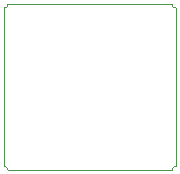
<source format=gbr>
%TF.GenerationSoftware,KiCad,Pcbnew,7.0.2*%
%TF.CreationDate,2023-05-08T22:42:50+02:00*%
%TF.ProjectId,verasity_PCB,76657261-7369-4747-995f-5043422e6b69,rev?*%
%TF.SameCoordinates,Original*%
%TF.FileFunction,Profile,NP*%
%FSLAX46Y46*%
G04 Gerber Fmt 4.6, Leading zero omitted, Abs format (unit mm)*
G04 Created by KiCad (PCBNEW 7.0.2) date 2023-05-08 22:42:50*
%MOMM*%
%LPD*%
G01*
G04 APERTURE LIST*
%TA.AperFunction,Profile*%
%ADD10C,0.010000*%
%TD*%
G04 APERTURE END LIST*
D10*
%TO.C,REF\u002A\u002A*%
X63870000Y-83470000D02*
X63870000Y-96870000D01*
X64170000Y-97170000D02*
X78070000Y-97170000D01*
X78070000Y-83170000D02*
X64170000Y-83170000D01*
X78370000Y-96870000D02*
X78370000Y-83470000D01*
X64170000Y-97170000D02*
G75*
G03*
X63870000Y-96870000I-300000J0D01*
G01*
X63870000Y-83470000D02*
G75*
G03*
X64170000Y-83170000I0J300000D01*
G01*
X78370000Y-96870000D02*
G75*
G03*
X78070000Y-97170000I0J-300000D01*
G01*
X78070000Y-83170000D02*
G75*
G03*
X78370000Y-83470000I300000J0D01*
G01*
%TD*%
M02*

</source>
